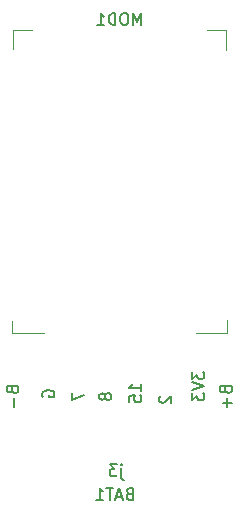
<source format=gbr>
%TF.GenerationSoftware,KiCad,Pcbnew,7.0.9-7.0.9~ubuntu22.04.1*%
%TF.CreationDate,2023-12-12T12:02:25+02:00*%
%TF.ProjectId,Haply_EE,4861706c-795f-4454-952e-6b696361645f,rev?*%
%TF.SameCoordinates,Original*%
%TF.FileFunction,Legend,Bot*%
%TF.FilePolarity,Positive*%
%FSLAX46Y46*%
G04 Gerber Fmt 4.6, Leading zero omitted, Abs format (unit mm)*
G04 Created by KiCad (PCBNEW 7.0.9-7.0.9~ubuntu22.04.1) date 2023-12-12 12:02:25*
%MOMM*%
%LPD*%
G01*
G04 APERTURE LIST*
%ADD10C,0.150000*%
%ADD11C,0.100000*%
G04 APERTURE END LIST*
D10*
X127901819Y-119367541D02*
X127901819Y-120034207D01*
X127901819Y-120034207D02*
X128901819Y-119605636D01*
X125409438Y-119732588D02*
X125361819Y-119637350D01*
X125361819Y-119637350D02*
X125361819Y-119494493D01*
X125361819Y-119494493D02*
X125409438Y-119351636D01*
X125409438Y-119351636D02*
X125504676Y-119256398D01*
X125504676Y-119256398D02*
X125599914Y-119208779D01*
X125599914Y-119208779D02*
X125790390Y-119161160D01*
X125790390Y-119161160D02*
X125933247Y-119161160D01*
X125933247Y-119161160D02*
X126123723Y-119208779D01*
X126123723Y-119208779D02*
X126218961Y-119256398D01*
X126218961Y-119256398D02*
X126314200Y-119351636D01*
X126314200Y-119351636D02*
X126361819Y-119494493D01*
X126361819Y-119494493D02*
X126361819Y-119589731D01*
X126361819Y-119589731D02*
X126314200Y-119732588D01*
X126314200Y-119732588D02*
X126266580Y-119780207D01*
X126266580Y-119780207D02*
X125933247Y-119780207D01*
X125933247Y-119780207D02*
X125933247Y-119589731D01*
X135363057Y-119669160D02*
X135315438Y-119716779D01*
X135315438Y-119716779D02*
X135267819Y-119812017D01*
X135267819Y-119812017D02*
X135267819Y-120050112D01*
X135267819Y-120050112D02*
X135315438Y-120145350D01*
X135315438Y-120145350D02*
X135363057Y-120192969D01*
X135363057Y-120192969D02*
X135458295Y-120240588D01*
X135458295Y-120240588D02*
X135553533Y-120240588D01*
X135553533Y-120240588D02*
X135696390Y-120192969D01*
X135696390Y-120192969D02*
X136267819Y-119621541D01*
X136267819Y-119621541D02*
X136267819Y-120240588D01*
X130616390Y-119605636D02*
X130568771Y-119510398D01*
X130568771Y-119510398D02*
X130521152Y-119462779D01*
X130521152Y-119462779D02*
X130425914Y-119415160D01*
X130425914Y-119415160D02*
X130378295Y-119415160D01*
X130378295Y-119415160D02*
X130283057Y-119462779D01*
X130283057Y-119462779D02*
X130235438Y-119510398D01*
X130235438Y-119510398D02*
X130187819Y-119605636D01*
X130187819Y-119605636D02*
X130187819Y-119796112D01*
X130187819Y-119796112D02*
X130235438Y-119891350D01*
X130235438Y-119891350D02*
X130283057Y-119938969D01*
X130283057Y-119938969D02*
X130378295Y-119986588D01*
X130378295Y-119986588D02*
X130425914Y-119986588D01*
X130425914Y-119986588D02*
X130521152Y-119938969D01*
X130521152Y-119938969D02*
X130568771Y-119891350D01*
X130568771Y-119891350D02*
X130616390Y-119796112D01*
X130616390Y-119796112D02*
X130616390Y-119605636D01*
X130616390Y-119605636D02*
X130664009Y-119510398D01*
X130664009Y-119510398D02*
X130711628Y-119462779D01*
X130711628Y-119462779D02*
X130806866Y-119415160D01*
X130806866Y-119415160D02*
X130997342Y-119415160D01*
X130997342Y-119415160D02*
X131092580Y-119462779D01*
X131092580Y-119462779D02*
X131140200Y-119510398D01*
X131140200Y-119510398D02*
X131187819Y-119605636D01*
X131187819Y-119605636D02*
X131187819Y-119796112D01*
X131187819Y-119796112D02*
X131140200Y-119891350D01*
X131140200Y-119891350D02*
X131092580Y-119938969D01*
X131092580Y-119938969D02*
X130997342Y-119986588D01*
X130997342Y-119986588D02*
X130806866Y-119986588D01*
X130806866Y-119986588D02*
X130711628Y-119938969D01*
X130711628Y-119938969D02*
X130664009Y-119891350D01*
X130664009Y-119891350D02*
X130616390Y-119796112D01*
X138061819Y-117589541D02*
X138061819Y-118208588D01*
X138061819Y-118208588D02*
X138442771Y-117875255D01*
X138442771Y-117875255D02*
X138442771Y-118018112D01*
X138442771Y-118018112D02*
X138490390Y-118113350D01*
X138490390Y-118113350D02*
X138538009Y-118160969D01*
X138538009Y-118160969D02*
X138633247Y-118208588D01*
X138633247Y-118208588D02*
X138871342Y-118208588D01*
X138871342Y-118208588D02*
X138966580Y-118160969D01*
X138966580Y-118160969D02*
X139014200Y-118113350D01*
X139014200Y-118113350D02*
X139061819Y-118018112D01*
X139061819Y-118018112D02*
X139061819Y-117732398D01*
X139061819Y-117732398D02*
X139014200Y-117637160D01*
X139014200Y-117637160D02*
X138966580Y-117589541D01*
X138061819Y-118494303D02*
X139061819Y-118827636D01*
X139061819Y-118827636D02*
X138061819Y-119160969D01*
X138061819Y-119399065D02*
X138061819Y-120018112D01*
X138061819Y-120018112D02*
X138442771Y-119684779D01*
X138442771Y-119684779D02*
X138442771Y-119827636D01*
X138442771Y-119827636D02*
X138490390Y-119922874D01*
X138490390Y-119922874D02*
X138538009Y-119970493D01*
X138538009Y-119970493D02*
X138633247Y-120018112D01*
X138633247Y-120018112D02*
X138871342Y-120018112D01*
X138871342Y-120018112D02*
X138966580Y-119970493D01*
X138966580Y-119970493D02*
X139014200Y-119922874D01*
X139014200Y-119922874D02*
X139061819Y-119827636D01*
X139061819Y-119827636D02*
X139061819Y-119541922D01*
X139061819Y-119541922D02*
X139014200Y-119446684D01*
X139014200Y-119446684D02*
X138966580Y-119399065D01*
X133727819Y-119224588D02*
X133727819Y-118653160D01*
X133727819Y-118938874D02*
X132727819Y-118938874D01*
X132727819Y-118938874D02*
X132870676Y-118843636D01*
X132870676Y-118843636D02*
X132965914Y-118748398D01*
X132965914Y-118748398D02*
X133013533Y-118653160D01*
X132727819Y-120129350D02*
X132727819Y-119653160D01*
X132727819Y-119653160D02*
X133204009Y-119605541D01*
X133204009Y-119605541D02*
X133156390Y-119653160D01*
X133156390Y-119653160D02*
X133108771Y-119748398D01*
X133108771Y-119748398D02*
X133108771Y-119986493D01*
X133108771Y-119986493D02*
X133156390Y-120081731D01*
X133156390Y-120081731D02*
X133204009Y-120129350D01*
X133204009Y-120129350D02*
X133299247Y-120176969D01*
X133299247Y-120176969D02*
X133537342Y-120176969D01*
X133537342Y-120176969D02*
X133632580Y-120129350D01*
X133632580Y-120129350D02*
X133680200Y-120081731D01*
X133680200Y-120081731D02*
X133727819Y-119986493D01*
X133727819Y-119986493D02*
X133727819Y-119748398D01*
X133727819Y-119748398D02*
X133680200Y-119653160D01*
X133680200Y-119653160D02*
X133632580Y-119605541D01*
X133723332Y-88249819D02*
X133723332Y-87249819D01*
X133723332Y-87249819D02*
X133389999Y-87964104D01*
X133389999Y-87964104D02*
X133056666Y-87249819D01*
X133056666Y-87249819D02*
X133056666Y-88249819D01*
X132389999Y-87249819D02*
X132199523Y-87249819D01*
X132199523Y-87249819D02*
X132104285Y-87297438D01*
X132104285Y-87297438D02*
X132009047Y-87392676D01*
X132009047Y-87392676D02*
X131961428Y-87583152D01*
X131961428Y-87583152D02*
X131961428Y-87916485D01*
X131961428Y-87916485D02*
X132009047Y-88106961D01*
X132009047Y-88106961D02*
X132104285Y-88202200D01*
X132104285Y-88202200D02*
X132199523Y-88249819D01*
X132199523Y-88249819D02*
X132389999Y-88249819D01*
X132389999Y-88249819D02*
X132485237Y-88202200D01*
X132485237Y-88202200D02*
X132580475Y-88106961D01*
X132580475Y-88106961D02*
X132628094Y-87916485D01*
X132628094Y-87916485D02*
X132628094Y-87583152D01*
X132628094Y-87583152D02*
X132580475Y-87392676D01*
X132580475Y-87392676D02*
X132485237Y-87297438D01*
X132485237Y-87297438D02*
X132389999Y-87249819D01*
X131532856Y-88249819D02*
X131532856Y-87249819D01*
X131532856Y-87249819D02*
X131294761Y-87249819D01*
X131294761Y-87249819D02*
X131151904Y-87297438D01*
X131151904Y-87297438D02*
X131056666Y-87392676D01*
X131056666Y-87392676D02*
X131009047Y-87487914D01*
X131009047Y-87487914D02*
X130961428Y-87678390D01*
X130961428Y-87678390D02*
X130961428Y-87821247D01*
X130961428Y-87821247D02*
X131009047Y-88011723D01*
X131009047Y-88011723D02*
X131056666Y-88106961D01*
X131056666Y-88106961D02*
X131151904Y-88202200D01*
X131151904Y-88202200D02*
X131294761Y-88249819D01*
X131294761Y-88249819D02*
X131532856Y-88249819D01*
X130009047Y-88249819D02*
X130580475Y-88249819D01*
X130294761Y-88249819D02*
X130294761Y-87249819D01*
X130294761Y-87249819D02*
X130389999Y-87392676D01*
X130389999Y-87392676D02*
X130485237Y-87487914D01*
X130485237Y-87487914D02*
X130580475Y-87535533D01*
X132714285Y-127931009D02*
X132571428Y-127978628D01*
X132571428Y-127978628D02*
X132523809Y-128026247D01*
X132523809Y-128026247D02*
X132476190Y-128121485D01*
X132476190Y-128121485D02*
X132476190Y-128264342D01*
X132476190Y-128264342D02*
X132523809Y-128359580D01*
X132523809Y-128359580D02*
X132571428Y-128407200D01*
X132571428Y-128407200D02*
X132666666Y-128454819D01*
X132666666Y-128454819D02*
X133047618Y-128454819D01*
X133047618Y-128454819D02*
X133047618Y-127454819D01*
X133047618Y-127454819D02*
X132714285Y-127454819D01*
X132714285Y-127454819D02*
X132619047Y-127502438D01*
X132619047Y-127502438D02*
X132571428Y-127550057D01*
X132571428Y-127550057D02*
X132523809Y-127645295D01*
X132523809Y-127645295D02*
X132523809Y-127740533D01*
X132523809Y-127740533D02*
X132571428Y-127835771D01*
X132571428Y-127835771D02*
X132619047Y-127883390D01*
X132619047Y-127883390D02*
X132714285Y-127931009D01*
X132714285Y-127931009D02*
X133047618Y-127931009D01*
X132095237Y-128169104D02*
X131619047Y-128169104D01*
X132190475Y-128454819D02*
X131857142Y-127454819D01*
X131857142Y-127454819D02*
X131523809Y-128454819D01*
X131333332Y-127454819D02*
X130761904Y-127454819D01*
X131047618Y-128454819D02*
X131047618Y-127454819D01*
X129904761Y-128454819D02*
X130476189Y-128454819D01*
X130190475Y-128454819D02*
X130190475Y-127454819D01*
X130190475Y-127454819D02*
X130285713Y-127597676D01*
X130285713Y-127597676D02*
X130380951Y-127692914D01*
X130380951Y-127692914D02*
X130476189Y-127740533D01*
X122796009Y-119170112D02*
X122843628Y-119312969D01*
X122843628Y-119312969D02*
X122891247Y-119360588D01*
X122891247Y-119360588D02*
X122986485Y-119408207D01*
X122986485Y-119408207D02*
X123129342Y-119408207D01*
X123129342Y-119408207D02*
X123224580Y-119360588D01*
X123224580Y-119360588D02*
X123272200Y-119312969D01*
X123272200Y-119312969D02*
X123319819Y-119217731D01*
X123319819Y-119217731D02*
X123319819Y-118836779D01*
X123319819Y-118836779D02*
X122319819Y-118836779D01*
X122319819Y-118836779D02*
X122319819Y-119170112D01*
X122319819Y-119170112D02*
X122367438Y-119265350D01*
X122367438Y-119265350D02*
X122415057Y-119312969D01*
X122415057Y-119312969D02*
X122510295Y-119360588D01*
X122510295Y-119360588D02*
X122605533Y-119360588D01*
X122605533Y-119360588D02*
X122700771Y-119312969D01*
X122700771Y-119312969D02*
X122748390Y-119265350D01*
X122748390Y-119265350D02*
X122796009Y-119170112D01*
X122796009Y-119170112D02*
X122796009Y-118836779D01*
X122938866Y-119836779D02*
X122938866Y-120598684D01*
X140846009Y-119170112D02*
X140893628Y-119312969D01*
X140893628Y-119312969D02*
X140941247Y-119360588D01*
X140941247Y-119360588D02*
X141036485Y-119408207D01*
X141036485Y-119408207D02*
X141179342Y-119408207D01*
X141179342Y-119408207D02*
X141274580Y-119360588D01*
X141274580Y-119360588D02*
X141322200Y-119312969D01*
X141322200Y-119312969D02*
X141369819Y-119217731D01*
X141369819Y-119217731D02*
X141369819Y-118836779D01*
X141369819Y-118836779D02*
X140369819Y-118836779D01*
X140369819Y-118836779D02*
X140369819Y-119170112D01*
X140369819Y-119170112D02*
X140417438Y-119265350D01*
X140417438Y-119265350D02*
X140465057Y-119312969D01*
X140465057Y-119312969D02*
X140560295Y-119360588D01*
X140560295Y-119360588D02*
X140655533Y-119360588D01*
X140655533Y-119360588D02*
X140750771Y-119312969D01*
X140750771Y-119312969D02*
X140798390Y-119265350D01*
X140798390Y-119265350D02*
X140846009Y-119170112D01*
X140846009Y-119170112D02*
X140846009Y-118836779D01*
X140988866Y-119836779D02*
X140988866Y-120598684D01*
X141369819Y-120217731D02*
X140607914Y-120217731D01*
X132048189Y-125772152D02*
X132048189Y-126629295D01*
X132048189Y-126629295D02*
X132095808Y-126724533D01*
X132095808Y-126724533D02*
X132191046Y-126772152D01*
X132191046Y-126772152D02*
X132238665Y-126772152D01*
X132048189Y-125438819D02*
X132095808Y-125486438D01*
X132095808Y-125486438D02*
X132048189Y-125534057D01*
X132048189Y-125534057D02*
X132000570Y-125486438D01*
X132000570Y-125486438D02*
X132048189Y-125438819D01*
X132048189Y-125438819D02*
X132048189Y-125534057D01*
X131667237Y-125438819D02*
X131048190Y-125438819D01*
X131048190Y-125438819D02*
X131381523Y-125819771D01*
X131381523Y-125819771D02*
X131238666Y-125819771D01*
X131238666Y-125819771D02*
X131143428Y-125867390D01*
X131143428Y-125867390D02*
X131095809Y-125915009D01*
X131095809Y-125915009D02*
X131048190Y-126010247D01*
X131048190Y-126010247D02*
X131048190Y-126248342D01*
X131048190Y-126248342D02*
X131095809Y-126343580D01*
X131095809Y-126343580D02*
X131143428Y-126391200D01*
X131143428Y-126391200D02*
X131238666Y-126438819D01*
X131238666Y-126438819D02*
X131524380Y-126438819D01*
X131524380Y-126438819D02*
X131619618Y-126391200D01*
X131619618Y-126391200D02*
X131667237Y-126343580D01*
D11*
%TO.C,MOD1*%
X140970000Y-114315000D02*
X138320000Y-114315000D01*
X140970000Y-113265000D02*
X140970000Y-114315000D01*
X140940000Y-90325000D02*
X140940000Y-88695000D01*
X140940000Y-88695000D02*
X139310000Y-88695000D01*
X122870000Y-90315000D02*
X122870000Y-88695000D01*
X122870000Y-88695000D02*
X124510000Y-88695000D01*
X122820000Y-114335000D02*
X125520000Y-114335000D01*
X122820000Y-113295000D02*
X122820000Y-114335000D01*
%TD*%
M02*

</source>
